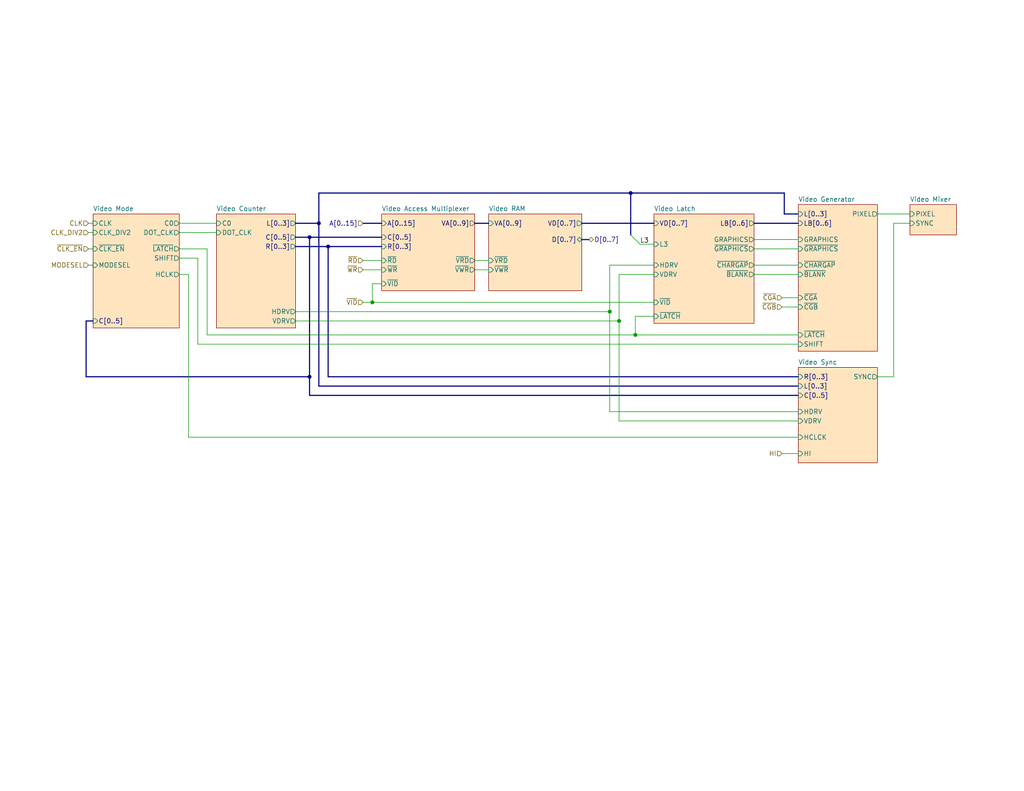
<source format=kicad_sch>
(kicad_sch
	(version 20250114)
	(generator "eeschema")
	(generator_version "9.0")
	(uuid "ddc890d1-60a8-48b4-bae2-22e60020313f")
	(paper "USLetter")
	(title_block
		(title "TRS-80 Model I Rev HE11E011520")
		(date "2025-06-14")
		(rev "E1A")
		(company "RetroStack - Marcel Erz")
		(comment 2 "All video components of system")
		(comment 4 "Video Overview")
	)
	(lib_symbols)
	(junction
		(at 101.6 82.55)
		(diameter 0)
		(color 0 0 0 0)
		(uuid "02ee127f-353c-40b5-9cb2-7948f8c9c9b9")
	)
	(junction
		(at 86.995 60.96)
		(diameter 0)
		(color 0 0 0 0)
		(uuid "11773fcf-4ff9-481c-8d01-5cab5e4a7e3c")
	)
	(junction
		(at 173.355 91.44)
		(diameter 0)
		(color 0 0 0 0)
		(uuid "42d9db87-1ef4-4b0b-859b-1879556424e4")
	)
	(junction
		(at 84.455 64.77)
		(diameter 0)
		(color 0 0 0 0)
		(uuid "5cdf9821-62ac-42a7-86e1-270ef0c74e60")
	)
	(junction
		(at 172.085 52.705)
		(diameter 0)
		(color 0 0 0 0)
		(uuid "5d758851-cbfb-475f-b694-df4c69fc9784")
	)
	(junction
		(at 168.91 87.63)
		(diameter 0)
		(color 0 0 0 0)
		(uuid "9a498025-8b1a-485d-a873-7b3e20d38ddd")
	)
	(junction
		(at 84.455 102.87)
		(diameter 0)
		(color 0 0 0 0)
		(uuid "adb4dfad-d35b-4edd-8919-a182daa2aa41")
	)
	(junction
		(at 89.535 67.31)
		(diameter 0)
		(color 0 0 0 0)
		(uuid "bf760f28-42ab-451a-818d-3bc942ab8d3f")
	)
	(junction
		(at 166.37 85.09)
		(diameter 0)
		(color 0 0 0 0)
		(uuid "f5bbb43c-c6af-4875-a7f9-92e027eb1993")
	)
	(bus_entry
		(at 172.085 64.135)
		(size 2.54 2.54)
		(stroke
			(width 0)
			(type default)
		)
		(uuid "be0b5750-4e70-4eda-a860-089f2fc62997")
	)
	(bus
		(pts
			(xy 80.645 64.77) (xy 84.455 64.77)
		)
		(stroke
			(width 0)
			(type default)
		)
		(uuid "179bc545-dc31-48c4-bdc1-7fe06899b6f9")
	)
	(wire
		(pts
			(xy 56.515 91.44) (xy 173.355 91.44)
		)
		(stroke
			(width 0)
			(type default)
		)
		(uuid "1bbde9b5-8788-4074-ae03-dc312dda4dba")
	)
	(wire
		(pts
			(xy 178.435 86.36) (xy 173.355 86.36)
		)
		(stroke
			(width 0)
			(type default)
		)
		(uuid "1c129807-30f9-4fec-9174-c6afadeb24a6")
	)
	(wire
		(pts
			(xy 168.91 74.93) (xy 168.91 87.63)
		)
		(stroke
			(width 0)
			(type default)
		)
		(uuid "1df8949a-555f-4647-b011-7e813001ffa0")
	)
	(wire
		(pts
			(xy 101.6 77.47) (xy 104.14 77.47)
		)
		(stroke
			(width 0)
			(type default)
		)
		(uuid "24a17d2e-afb3-4e50-82f3-7c4cdca434a0")
	)
	(wire
		(pts
			(xy 205.74 67.945) (xy 217.805 67.945)
		)
		(stroke
			(width 0)
			(type default)
		)
		(uuid "2eeb2239-e048-481e-acf5-efcebfbcb46c")
	)
	(wire
		(pts
			(xy 99.06 82.55) (xy 101.6 82.55)
		)
		(stroke
			(width 0)
			(type default)
		)
		(uuid "346880e9-8301-4c99-a388-3211627fd030")
	)
	(wire
		(pts
			(xy 24.13 67.945) (xy 25.4 67.945)
		)
		(stroke
			(width 0)
			(type default)
		)
		(uuid "37bd0251-f10b-4cfc-8ecf-acfdfe832d79")
	)
	(wire
		(pts
			(xy 178.435 74.93) (xy 168.91 74.93)
		)
		(stroke
			(width 0)
			(type default)
		)
		(uuid "384f4804-f92a-4850-b81e-3a2062124b00")
	)
	(wire
		(pts
			(xy 51.435 74.93) (xy 51.435 119.38)
		)
		(stroke
			(width 0)
			(type default)
		)
		(uuid "3884da89-c8fb-43cb-ae68-e03d6be3f52d")
	)
	(wire
		(pts
			(xy 239.395 102.87) (xy 243.84 102.87)
		)
		(stroke
			(width 0)
			(type default)
		)
		(uuid "39ba0731-b1b2-4ebf-9b9c-ff993dd924d8")
	)
	(bus
		(pts
			(xy 84.455 64.77) (xy 104.14 64.77)
		)
		(stroke
			(width 0)
			(type default)
		)
		(uuid "40c3f976-03bf-4405-8cb2-cc0cce8abebf")
	)
	(bus
		(pts
			(xy 172.085 52.705) (xy 172.085 64.135)
		)
		(stroke
			(width 0)
			(type default)
		)
		(uuid "47a2bdf2-4f2a-4732-9ae5-2f54ce404b18")
	)
	(bus
		(pts
			(xy 86.995 60.96) (xy 86.995 105.41)
		)
		(stroke
			(width 0)
			(type default)
		)
		(uuid "485e7912-f607-4b1a-a1d7-236b9550fca2")
	)
	(wire
		(pts
			(xy 48.895 70.485) (xy 53.975 70.485)
		)
		(stroke
			(width 0)
			(type default)
		)
		(uuid "496f35bc-f205-421e-9be3-e83d2115d0ee")
	)
	(wire
		(pts
			(xy 53.975 70.485) (xy 53.975 93.98)
		)
		(stroke
			(width 0)
			(type default)
		)
		(uuid "4bb88e24-66ad-4d1a-90c8-05dd36917c68")
	)
	(wire
		(pts
			(xy 213.36 81.28) (xy 217.805 81.28)
		)
		(stroke
			(width 0)
			(type default)
		)
		(uuid "5a1204a4-6393-4caf-8ed6-58b389358844")
	)
	(wire
		(pts
			(xy 173.355 86.36) (xy 173.355 91.44)
		)
		(stroke
			(width 0)
			(type default)
		)
		(uuid "5c6feb32-6e98-4654-8e06-2c96e2b513af")
	)
	(wire
		(pts
			(xy 56.515 67.945) (xy 48.895 67.945)
		)
		(stroke
			(width 0)
			(type default)
		)
		(uuid "5ea63705-78e7-4042-bfc2-8909abd4d06f")
	)
	(bus
		(pts
			(xy 84.455 107.95) (xy 84.455 102.87)
		)
		(stroke
			(width 0)
			(type default)
		)
		(uuid "5eb54563-a137-4655-a163-aa6d2ac125d2")
	)
	(wire
		(pts
			(xy 166.37 72.39) (xy 166.37 85.09)
		)
		(stroke
			(width 0)
			(type default)
		)
		(uuid "62ec85a4-14c9-463c-a020-67d1969dfb65")
	)
	(wire
		(pts
			(xy 101.6 77.47) (xy 101.6 82.55)
		)
		(stroke
			(width 0)
			(type default)
		)
		(uuid "6366bb56-605d-41cc-868d-c0042a1c561a")
	)
	(bus
		(pts
			(xy 23.495 102.87) (xy 84.455 102.87)
		)
		(stroke
			(width 0)
			(type default)
		)
		(uuid "638fbe89-8ddb-46ba-a0be-0bb10e8ed019")
	)
	(bus
		(pts
			(xy 89.535 102.87) (xy 89.535 67.31)
		)
		(stroke
			(width 0)
			(type default)
		)
		(uuid "6dbafd2a-e8d3-4305-81d1-965fd2332254")
	)
	(bus
		(pts
			(xy 84.455 107.95) (xy 217.805 107.95)
		)
		(stroke
			(width 0)
			(type default)
		)
		(uuid "6f2f2280-515a-4835-b70f-a8ce2283a792")
	)
	(bus
		(pts
			(xy 80.645 60.96) (xy 86.995 60.96)
		)
		(stroke
			(width 0)
			(type default)
		)
		(uuid "731ac88a-695b-4c9b-82a5-cbbc960378ac")
	)
	(bus
		(pts
			(xy 172.085 52.705) (xy 213.995 52.705)
		)
		(stroke
			(width 0)
			(type default)
		)
		(uuid "78596791-77ef-40c4-98e1-505d17816fd1")
	)
	(wire
		(pts
			(xy 239.395 58.42) (xy 248.285 58.42)
		)
		(stroke
			(width 0)
			(type default)
		)
		(uuid "7e9c1e4a-8966-4412-bccf-6c0bb432072c")
	)
	(wire
		(pts
			(xy 53.975 93.98) (xy 217.805 93.98)
		)
		(stroke
			(width 0)
			(type default)
		)
		(uuid "7eac5694-1982-44cc-ab5b-002597d93637")
	)
	(wire
		(pts
			(xy 178.435 82.55) (xy 101.6 82.55)
		)
		(stroke
			(width 0)
			(type default)
		)
		(uuid "85820b9b-86ce-4f3c-83e6-2f8df70c357a")
	)
	(bus
		(pts
			(xy 86.995 52.705) (xy 86.995 60.96)
		)
		(stroke
			(width 0)
			(type default)
		)
		(uuid "8686c705-57a0-4d05-9070-5c82efc76fad")
	)
	(wire
		(pts
			(xy 48.895 74.93) (xy 51.435 74.93)
		)
		(stroke
			(width 0)
			(type default)
		)
		(uuid "883f49f8-f462-4bcd-993c-eecfcff2c5f6")
	)
	(wire
		(pts
			(xy 24.13 63.5) (xy 25.4 63.5)
		)
		(stroke
			(width 0)
			(type default)
		)
		(uuid "88923132-ef09-4b72-bdf0-e69f80e53e3f")
	)
	(wire
		(pts
			(xy 24.13 72.39) (xy 25.4 72.39)
		)
		(stroke
			(width 0)
			(type default)
		)
		(uuid "88b370e6-f4bb-4274-b767-3575df01c972")
	)
	(bus
		(pts
			(xy 84.455 102.87) (xy 84.455 64.77)
		)
		(stroke
			(width 0)
			(type default)
		)
		(uuid "8ca92933-7273-4562-869e-114809fece9f")
	)
	(wire
		(pts
			(xy 166.37 112.395) (xy 217.805 112.395)
		)
		(stroke
			(width 0)
			(type default)
		)
		(uuid "8d0c7078-ba73-454e-8cf1-54f5871d54ab")
	)
	(bus
		(pts
			(xy 129.54 60.96) (xy 133.35 60.96)
		)
		(stroke
			(width 0)
			(type default)
		)
		(uuid "8d3e3e07-d954-420a-a631-bba3ab87c9da")
	)
	(wire
		(pts
			(xy 129.54 71.12) (xy 133.35 71.12)
		)
		(stroke
			(width 0)
			(type default)
		)
		(uuid "908fe46a-e36c-410a-b362-a9ce36fb8894")
	)
	(wire
		(pts
			(xy 48.895 63.5) (xy 59.055 63.5)
		)
		(stroke
			(width 0)
			(type default)
		)
		(uuid "972dab49-b8cc-4245-96d5-cd1dfb977b09")
	)
	(wire
		(pts
			(xy 205.74 65.405) (xy 217.805 65.405)
		)
		(stroke
			(width 0)
			(type default)
		)
		(uuid "993cf422-ea60-4c90-8c0c-1956675c2535")
	)
	(bus
		(pts
			(xy 217.805 102.87) (xy 89.535 102.87)
		)
		(stroke
			(width 0)
			(type default)
		)
		(uuid "9b3c607a-3166-4110-ac1f-c49bf6e2d66f")
	)
	(wire
		(pts
			(xy 243.84 60.96) (xy 243.84 102.87)
		)
		(stroke
			(width 0)
			(type default)
		)
		(uuid "9c3e916b-d591-482b-a81a-086ba990c8ba")
	)
	(bus
		(pts
			(xy 86.995 52.705) (xy 172.085 52.705)
		)
		(stroke
			(width 0)
			(type default)
		)
		(uuid "a09b776e-c2fb-46d1-ac26-863934a47751")
	)
	(bus
		(pts
			(xy 217.805 58.42) (xy 213.995 58.42)
		)
		(stroke
			(width 0)
			(type default)
		)
		(uuid "a900075b-0e6d-4655-a070-53d5c30955e6")
	)
	(bus
		(pts
			(xy 213.995 58.42) (xy 213.995 52.705)
		)
		(stroke
			(width 0)
			(type default)
		)
		(uuid "aa09796d-dd17-4006-844e-49f6df0c56bb")
	)
	(wire
		(pts
			(xy 174.625 66.675) (xy 178.435 66.675)
		)
		(stroke
			(width 0)
			(type default)
		)
		(uuid "ab6fa726-6a1d-4874-aa30-c3ffdbfda2fd")
	)
	(wire
		(pts
			(xy 205.74 74.93) (xy 217.805 74.93)
		)
		(stroke
			(width 0)
			(type default)
		)
		(uuid "b4e73c04-7ded-47dd-a53d-4b1f9b0f9564")
	)
	(wire
		(pts
			(xy 213.36 123.825) (xy 217.805 123.825)
		)
		(stroke
			(width 0)
			(type default)
		)
		(uuid "b5eedfbb-21e2-4f57-9dfa-d148f8246594")
	)
	(wire
		(pts
			(xy 173.355 91.44) (xy 217.805 91.44)
		)
		(stroke
			(width 0)
			(type default)
		)
		(uuid "b5f398aa-0d60-437c-a92f-cc9474facaa4")
	)
	(wire
		(pts
			(xy 56.515 91.44) (xy 56.515 67.945)
		)
		(stroke
			(width 0)
			(type default)
		)
		(uuid "bea5571b-94bf-4440-a147-1a81e1c60e49")
	)
	(wire
		(pts
			(xy 166.37 85.09) (xy 166.37 112.395)
		)
		(stroke
			(width 0)
			(type default)
		)
		(uuid "c2ff284d-cd40-4b06-b926-b36b34a2ee9c")
	)
	(wire
		(pts
			(xy 24.13 60.96) (xy 25.4 60.96)
		)
		(stroke
			(width 0)
			(type default)
		)
		(uuid "c39f4ec7-8c99-4440-b68a-055b849a5ed9")
	)
	(bus
		(pts
			(xy 23.495 87.63) (xy 23.495 102.87)
		)
		(stroke
			(width 0)
			(type default)
		)
		(uuid "cdc74ea6-ea13-4eb8-a361-da75801017fa")
	)
	(wire
		(pts
			(xy 178.435 72.39) (xy 166.37 72.39)
		)
		(stroke
			(width 0)
			(type default)
		)
		(uuid "ced5365f-b896-4343-bbc3-289235946712")
	)
	(bus
		(pts
			(xy 89.535 67.31) (xy 104.14 67.31)
		)
		(stroke
			(width 0)
			(type default)
		)
		(uuid "d305e42d-9ff3-4934-aabc-e06d47301a12")
	)
	(wire
		(pts
			(xy 48.895 60.96) (xy 59.055 60.96)
		)
		(stroke
			(width 0)
			(type default)
		)
		(uuid "d72e1a7c-3ba1-421d-959d-aed00c8de9dd")
	)
	(wire
		(pts
			(xy 80.645 87.63) (xy 168.91 87.63)
		)
		(stroke
			(width 0)
			(type default)
		)
		(uuid "da97c5a5-1593-4f3b-8f25-be4ddb764def")
	)
	(wire
		(pts
			(xy 51.435 119.38) (xy 217.805 119.38)
		)
		(stroke
			(width 0)
			(type default)
		)
		(uuid "dd249ed0-ca8c-45de-a4e9-8ce9fc53345e")
	)
	(wire
		(pts
			(xy 168.91 114.935) (xy 217.805 114.935)
		)
		(stroke
			(width 0)
			(type default)
		)
		(uuid "df3fb5b0-913c-4653-9778-cac89e260f79")
	)
	(bus
		(pts
			(xy 158.75 60.96) (xy 178.435 60.96)
		)
		(stroke
			(width 0)
			(type default)
		)
		(uuid "e3737579-8130-4a89-a33c-f1d075530d46")
	)
	(bus
		(pts
			(xy 158.75 65.405) (xy 160.655 65.405)
		)
		(stroke
			(width 0)
			(type default)
		)
		(uuid "e4a1e6c6-7d24-41e1-a8e9-1977d360073e")
	)
	(bus
		(pts
			(xy 99.06 60.96) (xy 104.14 60.96)
		)
		(stroke
			(width 0)
			(type default)
		)
		(uuid "e55005f9-5bfd-4004-9a89-55eacb68d846")
	)
	(wire
		(pts
			(xy 80.645 85.09) (xy 166.37 85.09)
		)
		(stroke
			(width 0)
			(type default)
		)
		(uuid "e686683b-35fb-4d25-a9a8-4d976b3c5824")
	)
	(wire
		(pts
			(xy 248.285 60.96) (xy 243.84 60.96)
		)
		(stroke
			(width 0)
			(type default)
		)
		(uuid "e6c10d5c-0203-4506-a22c-f75a28efbd39")
	)
	(bus
		(pts
			(xy 25.4 87.63) (xy 23.495 87.63)
		)
		(stroke
			(width 0)
			(type default)
		)
		(uuid "eaf3641f-a6b3-47a0-945a-961a83b8cb67")
	)
	(wire
		(pts
			(xy 168.91 87.63) (xy 168.91 114.935)
		)
		(stroke
			(width 0)
			(type default)
		)
		(uuid "ee410fc5-61ed-41ea-9cee-53481ed57ca5")
	)
	(wire
		(pts
			(xy 99.06 71.12) (xy 104.14 71.12)
		)
		(stroke
			(width 0)
			(type default)
		)
		(uuid "ef8b2bf1-de60-4e00-9903-110cde403b0f")
	)
	(wire
		(pts
			(xy 99.06 73.66) (xy 104.14 73.66)
		)
		(stroke
			(width 0)
			(type default)
		)
		(uuid "f6ab0d6b-2ac2-4d84-a8b8-2c0bc85dc3f1")
	)
	(bus
		(pts
			(xy 205.74 60.96) (xy 217.805 60.96)
		)
		(stroke
			(width 0)
			(type default)
		)
		(uuid "f8e7d569-673a-462d-ac2b-3f0d79d3666b")
	)
	(wire
		(pts
			(xy 213.36 83.82) (xy 217.805 83.82)
		)
		(stroke
			(width 0)
			(type default)
		)
		(uuid "f96de5d6-b165-48b9-9365-584c822c5955")
	)
	(bus
		(pts
			(xy 217.805 105.41) (xy 86.995 105.41)
		)
		(stroke
			(width 0)
			(type default)
		)
		(uuid "fd8fdc7d-f4cb-4adb-90e1-5c5954a7f8b8")
	)
	(bus
		(pts
			(xy 80.645 67.31) (xy 89.535 67.31)
		)
		(stroke
			(width 0)
			(type default)
		)
		(uuid "fde91921-188b-4053-a382-d220ea2f2f02")
	)
	(wire
		(pts
			(xy 205.74 72.39) (xy 217.805 72.39)
		)
		(stroke
			(width 0)
			(type default)
		)
		(uuid "fe32ee27-d28d-4599-bfb4-2549a8d336e4")
	)
	(wire
		(pts
			(xy 129.54 73.66) (xy 133.35 73.66)
		)
		(stroke
			(width 0)
			(type default)
		)
		(uuid "fe4babc0-8a2b-4573-ac00-6422697919d0")
	)
	(label "L3"
		(at 174.625 66.675 0)
		(effects
			(font
				(size 1.27 1.27)
			)
			(justify left bottom)
		)
		(uuid "7a3f1735-7646-4515-aa2c-0c878cbee8a5")
	)
	(hierarchical_label "~{RD}"
		(shape input)
		(at 99.06 71.12 180)
		(effects
			(font
				(size 1.27 1.27)
			)
			(justify right)
		)
		(uuid "0e2a4b9a-9aba-4698-b643-f274671df494")
	)
	(hierarchical_label "~{CGA}"
		(shape input)
		(at 213.36 81.28 180)
		(effects
			(font
				(size 1.27 1.27)
			)
			(justify right)
		)
		(uuid "144e2764-bbe5-4170-b431-bd258d7d0239")
	)
	(hierarchical_label "~{CGB}"
		(shape input)
		(at 213.36 83.82 180)
		(effects
			(font
				(size 1.27 1.27)
			)
			(justify right)
		)
		(uuid "4f3b1505-a277-45b6-9de9-d5ab55e6d158")
	)
	(hierarchical_label "MODESEL"
		(shape input)
		(at 24.13 72.39 180)
		(effects
			(font
				(size 1.27 1.27)
			)
			(justify right)
		)
		(uuid "51631b97-1667-4e36-920f-bb1e0d4913f1")
	)
	(hierarchical_label "HI"
		(shape input)
		(at 213.36 123.825 180)
		(effects
			(font
				(size 1.27 1.27)
			)
			(justify right)
		)
		(uuid "5ac446aa-4f51-4dce-b10b-17c8f69ba7e6")
	)
	(hierarchical_label "A[0..15]"
		(shape input)
		(at 99.06 60.96 180)
		(effects
			(font
				(size 1.27 1.27)
			)
			(justify right)
		)
		(uuid "5fcdeede-5573-4e60-9aa7-4bd85b947217")
	)
	(hierarchical_label "~{VID}"
		(shape input)
		(at 99.06 82.55 180)
		(effects
			(font
				(size 1.27 1.27)
			)
			(justify right)
		)
		(uuid "923f3b74-e5c0-45b0-8d28-99911d93f332")
	)
	(hierarchical_label "~{WR}"
		(shape input)
		(at 99.06 73.66 180)
		(effects
			(font
				(size 1.27 1.27)
			)
			(justify right)
		)
		(uuid "ba1dcfa8-8839-404a-8fc8-c01f01912ab9")
	)
	(hierarchical_label "~{CLK_EN}"
		(shape input)
		(at 24.13 67.945 180)
		(effects
			(font
				(size 1.27 1.27)
			)
			(justify right)
		)
		(uuid "be6a3d88-6a34-41f4-86b4-1be33c39f25f")
	)
	(hierarchical_label "CLK"
		(shape input)
		(at 24.13 60.96 180)
		(effects
			(font
				(size 1.27 1.27)
			)
			(justify right)
		)
		(uuid "d219e2ab-9776-4e54-92f1-0a2116ef9465")
	)
	(hierarchical_label "CLK_DIV2"
		(shape input)
		(at 24.13 63.5 180)
		(effects
			(font
				(size 1.27 1.27)
			)
			(justify right)
		)
		(uuid "f2fe503e-c511-4757-8258-d07477463078")
	)
	(hierarchical_label "D[0..7]"
		(shape bidirectional)
		(at 160.655 65.405 0)
		(effects
			(font
				(size 1.27 1.27)
			)
			(justify left)
		)
		(uuid "fd6f2a0f-2e24-402e-a357-91491ae10c21")
	)
	(sheet
		(at 217.805 100.33)
		(size 21.59 26.035)
		(exclude_from_sim no)
		(in_bom yes)
		(on_board yes)
		(dnp no)
		(fields_autoplaced yes)
		(stroke
			(width 0.1524)
			(type solid)
		)
		(fill
			(color 255 229 191 1.0000)
		)
		(uuid "35cfc821-88b1-4943-bf2c-387c3e927dcd")
		(property "Sheetname" "Video Sync"
			(at 217.805 99.6184 0)
			(effects
				(font
					(size 1.27 1.27)
				)
				(justify left bottom)
			)
		)
		(property "Sheetfile" "VideoSync.kicad_sch"
			(at 217.805 126.9496 0)
			(effects
				(font
					(size 1.27 1.27)
				)
				(justify left top)
				(hide yes)
			)
		)
		(pin "SYNC" output
			(at 239.395 102.87 0)
			(uuid "0e32aec8-457a-4091-83b5-aa77ec87571f")
			(effects
				(font
					(size 1.27 1.27)
				)
				(justify right)
			)
		)
		(pin "VDRV" input
			(at 217.805 114.935 180)
			(uuid "d17ad0dd-0c00-473b-9927-36cd25a622d1")
			(effects
				(font
					(size 1.27 1.27)
				)
				(justify left)
			)
		)
		(pin "HDRV" input
			(at 217.805 112.395 180)
			(uuid "cec14282-b0e6-4082-b3af-a2fd0e09ba9c")
			(effects
				(font
					(size 1.27 1.27)
				)
				(justify left)
			)
		)
		(pin "C[0..5]" input
			(at 217.805 107.95 180)
			(uuid "49b7106e-1cec-42fb-9348-d9ebaa5dbe75")
			(effects
				(font
					(size 1.27 1.27)
				)
				(justify left)
			)
		)
		(pin "R[0..3]" input
			(at 217.805 102.87 180)
			(uuid "e9bd518f-aed0-45d5-989a-9139a3ccd599")
			(effects
				(font
					(size 1.27 1.27)
				)
				(justify left)
			)
		)
		(pin "L[0..3]" input
			(at 217.805 105.41 180)
			(uuid "278af150-2fcd-4510-b37e-8d7739f1b546")
			(effects
				(font
					(size 1.27 1.27)
				)
				(justify left)
			)
		)
		(pin "HI" input
			(at 217.805 123.825 180)
			(uuid "a41eca73-7bc7-4a9c-90c7-445ac8a72daf")
			(effects
				(font
					(size 1.27 1.27)
				)
				(justify left)
			)
		)
		(pin "HCLCK" input
			(at 217.805 119.38 180)
			(uuid "e63c8ccc-5856-4336-be7f-d68c49117f50")
			(effects
				(font
					(size 1.27 1.27)
				)
				(justify left)
			)
		)
		(instances
			(project "TRS80_Model_I_Jap20_E1"
				(path "/701a2cc1-ff66-476a-8e0a-77db17580c7f/1877028c-ddc2-43ad-b4b6-3d47d856cb44"
					(page "20")
				)
			)
		)
	)
	(sheet
		(at 25.4 58.42)
		(size 23.495 31.115)
		(exclude_from_sim no)
		(in_bom yes)
		(on_board yes)
		(dnp no)
		(fields_autoplaced yes)
		(stroke
			(width 0.1524)
			(type solid)
		)
		(fill
			(color 255 229 191 1.0000)
		)
		(uuid "6c4d3fce-dc7a-4d96-8c92-df6e2d316623")
		(property "Sheetname" "Video Mode"
			(at 25.4 57.7084 0)
			(effects
				(font
					(size 1.27 1.27)
				)
				(justify left bottom)
			)
		)
		(property "Sheetfile" "VideoMode.kicad_sch"
			(at 25.4 90.1196 0)
			(effects
				(font
					(size 1.27 1.27)
				)
				(justify left top)
				(hide yes)
			)
		)
		(pin "C0" output
			(at 48.895 60.96 0)
			(uuid "979157e4-ecec-4fcb-ad0f-d61961fbff72")
			(effects
				(font
					(size 1.27 1.27)
				)
				(justify right)
			)
		)
		(pin "CLK" input
			(at 25.4 60.96 180)
			(uuid "46347a7f-83eb-421e-bc43-572ae0c148d8")
			(effects
				(font
					(size 1.27 1.27)
				)
				(justify left)
			)
		)
		(pin "CLK_DIV2" input
			(at 25.4 63.5 180)
			(uuid "a0395d42-864e-4b63-9800-993f77c74dfb")
			(effects
				(font
					(size 1.27 1.27)
				)
				(justify left)
			)
		)
		(pin "DOT_CLK" output
			(at 48.895 63.5 0)
			(uuid "1d661f8d-bde2-4d3f-a79a-d6519b04fd1f")
			(effects
				(font
					(size 1.27 1.27)
				)
				(justify right)
			)
		)
		(pin "HCLK" output
			(at 48.895 74.93 0)
			(uuid "27c78bff-3bcb-4035-bfb2-9e076a9183a7")
			(effects
				(font
					(size 1.27 1.27)
				)
				(justify right)
			)
		)
		(pin "MODESEL" input
			(at 25.4 72.39 180)
			(uuid "fe9eceb7-9cd1-458b-a40c-b33f9e1c9353")
			(effects
				(font
					(size 1.27 1.27)
				)
				(justify left)
			)
		)
		(pin "SHIFT" output
			(at 48.895 70.485 0)
			(uuid "c1397d2e-533f-4584-b349-9e4a73c1f422")
			(effects
				(font
					(size 1.27 1.27)
				)
				(justify right)
			)
		)
		(pin "~{CLK_EN}" input
			(at 25.4 67.945 180)
			(uuid "f0aa267b-2624-4ff5-8679-b0dcfefb489b")
			(effects
				(font
					(size 1.27 1.27)
				)
				(justify left)
			)
		)
		(pin "~{LATCH}" output
			(at 48.895 67.945 0)
			(uuid "09ee07fc-646e-4b4e-bed5-09701be865c3")
			(effects
				(font
					(size 1.27 1.27)
				)
				(justify right)
			)
		)
		(pin "C[0..5]" input
			(at 25.4 87.63 180)
			(uuid "d32801a5-923a-426d-ba10-dfd328012600")
			(effects
				(font
					(size 1.27 1.27)
				)
				(justify left)
			)
		)
		(instances
			(project "TRS80_Model_I_Jap20_E1"
				(path "/701a2cc1-ff66-476a-8e0a-77db17580c7f/1877028c-ddc2-43ad-b4b6-3d47d856cb44"
					(page "14")
				)
			)
		)
	)
	(sheet
		(at 178.435 58.42)
		(size 27.305 29.845)
		(exclude_from_sim no)
		(in_bom yes)
		(on_board yes)
		(dnp no)
		(fields_autoplaced yes)
		(stroke
			(width 0.1524)
			(type solid)
		)
		(fill
			(color 255 229 191 1.0000)
		)
		(uuid "70596fa4-2c1f-4d6c-91a4-059bac433406")
		(property "Sheetname" "Video Latch"
			(at 178.435 57.7084 0)
			(effects
				(font
					(size 1.27 1.27)
				)
				(justify left bottom)
			)
		)
		(property "Sheetfile" "Video Latch.kicad_sch"
			(at 178.435 88.8496 0)
			(effects
				(font
					(size 1.27 1.27)
				)
				(justify left top)
				(hide yes)
			)
		)
		(pin "~{VID}" input
			(at 178.435 82.55 180)
			(uuid "3a1ae598-eaf0-4b9b-8843-76248e1352b5")
			(effects
				(font
					(size 1.27 1.27)
				)
				(justify left)
			)
		)
		(pin "HDRV" input
			(at 178.435 72.39 180)
			(uuid "987857ba-04b6-41a5-848c-dbb8851e1e23")
			(effects
				(font
					(size 1.27 1.27)
				)
				(justify left)
			)
		)
		(pin "VDRV" input
			(at 178.435 74.93 180)
			(uuid "42c3f092-c440-44e2-9791-81a6927ac3c6")
			(effects
				(font
					(size 1.27 1.27)
				)
				(justify left)
			)
		)
		(pin "VD[0..7]" input
			(at 178.435 60.96 180)
			(uuid "4a461242-4a8e-42f0-abb3-3d9bc2e988df")
			(effects
				(font
					(size 1.27 1.27)
				)
				(justify left)
			)
		)
		(pin "~{LATCH}" input
			(at 178.435 86.36 180)
			(uuid "50c4f4a5-878b-471e-aab2-23f6785b569c")
			(effects
				(font
					(size 1.27 1.27)
				)
				(justify left)
			)
		)
		(pin "GRAPHICS" output
			(at 205.74 65.405 0)
			(uuid "f723d10c-acaf-402c-afef-d7c98e841e7d")
			(effects
				(font
					(size 1.27 1.27)
				)
				(justify right)
			)
		)
		(pin "LB[0..6]" output
			(at 205.74 60.96 0)
			(uuid "e450f52f-3d89-491b-af62-6bc4562396e9")
			(effects
				(font
					(size 1.27 1.27)
				)
				(justify right)
			)
		)
		(pin "~{BLANK}" output
			(at 205.74 74.93 0)
			(uuid "40be3162-7a69-4208-a0c2-f6a928e1a3fb")
			(effects
				(font
					(size 1.27 1.27)
				)
				(justify right)
			)
		)
		(pin "~{CHARGAP}" output
			(at 205.74 72.39 0)
			(uuid "c6096e8c-a8d8-4897-a602-90f332335a66")
			(effects
				(font
					(size 1.27 1.27)
				)
				(justify right)
			)
		)
		(pin "~{GRAPHICS}" output
			(at 205.74 67.945 0)
			(uuid "a90d4559-fe69-4fb6-a0fb-d72161258e0d")
			(effects
				(font
					(size 1.27 1.27)
				)
				(justify right)
			)
		)
		(pin "L3" input
			(at 178.435 66.675 180)
			(uuid "c2f9c9ba-98d1-4053-9212-84ec695cd147")
			(effects
				(font
					(size 1.27 1.27)
				)
				(justify left)
			)
		)
		(instances
			(project "TRS80_Model_I_Jap20_E1"
				(path "/701a2cc1-ff66-476a-8e0a-77db17580c7f/1877028c-ddc2-43ad-b4b6-3d47d856cb44"
					(page "18")
				)
			)
		)
	)
	(sheet
		(at 59.055 58.42)
		(size 21.59 31.115)
		(exclude_from_sim no)
		(in_bom yes)
		(on_board yes)
		(dnp no)
		(fields_autoplaced yes)
		(stroke
			(width 0.1524)
			(type solid)
		)
		(fill
			(color 255 229 191 1.0000)
		)
		(uuid "c40ca7b4-f41e-4871-914c-d85ec155735a")
		(property "Sheetname" "Video Counter"
			(at 59.055 57.7084 0)
			(effects
				(font
					(size 1.27 1.27)
				)
				(justify left bottom)
			)
		)
		(property "Sheetfile" "VideoCounter.kicad_sch"
			(at 59.055 90.1196 0)
			(effects
				(font
					(size 1.27 1.27)
				)
				(justify left top)
				(hide yes)
			)
		)
		(pin "VDRV" output
			(at 80.645 87.63 0)
			(uuid "c76c177f-a156-437f-9226-c9f1d30f5759")
			(effects
				(font
					(size 1.27 1.27)
				)
				(justify right)
			)
		)
		(pin "HDRV" output
			(at 80.645 85.09 0)
			(uuid "297ac70e-a7b8-4053-b7b1-1ccaee94ec0a")
			(effects
				(font
					(size 1.27 1.27)
				)
				(justify right)
			)
		)
		(pin "L[0..3]" output
			(at 80.645 60.96 0)
			(uuid "f620f106-fe8f-4b9b-a5ac-79d64452a9a5")
			(effects
				(font
					(size 1.27 1.27)
				)
				(justify right)
			)
		)
		(pin "C[0..5]" output
			(at 80.645 64.77 0)
			(uuid "e120c35b-6fff-48d4-907b-d28c0181305d")
			(effects
				(font
					(size 1.27 1.27)
				)
				(justify right)
			)
		)
		(pin "R[0..3]" output
			(at 80.645 67.31 0)
			(uuid "659a6a17-7328-4b84-b6ff-2b35d7056261")
			(effects
				(font
					(size 1.27 1.27)
				)
				(justify right)
			)
		)
		(pin "C0" input
			(at 59.055 60.96 180)
			(uuid "24064341-ba4a-4324-a807-77d7b184e26a")
			(effects
				(font
					(size 1.27 1.27)
				)
				(justify left)
			)
		)
		(pin "DOT_CLK" input
			(at 59.055 63.5 180)
			(uuid "d25dc197-fa2d-4581-bf6f-79a3834ad744")
			(effects
				(font
					(size 1.27 1.27)
				)
				(justify left)
			)
		)
		(instances
			(project "TRS80_Model_I_Jap20_E1"
				(path "/701a2cc1-ff66-476a-8e0a-77db17580c7f/1877028c-ddc2-43ad-b4b6-3d47d856cb44"
					(page "15")
				)
			)
		)
	)
	(sheet
		(at 133.35 58.42)
		(size 25.4 20.955)
		(exclude_from_sim no)
		(in_bom yes)
		(on_board yes)
		(dnp no)
		(fields_autoplaced yes)
		(stroke
			(width 0.1524)
			(type solid)
		)
		(fill
			(color 255 229 191 1.0000)
		)
		(uuid "e8e2768d-1c31-44b7-9c97-1f6afdbdd687")
		(property "Sheetname" "Video RAM"
			(at 133.35 57.7084 0)
			(effects
				(font
					(size 1.27 1.27)
				)
				(justify left bottom)
			)
		)
		(property "Sheetfile" "VideoRAM.kicad_sch"
			(at 133.35 79.9596 0)
			(effects
				(font
					(size 1.27 1.27)
				)
				(justify left top)
				(hide yes)
			)
		)
		(pin "D[0..7]" bidirectional
			(at 158.75 65.405 0)
			(uuid "fc279772-c0d2-4254-93c3-95c30581463b")
			(effects
				(font
					(size 1.27 1.27)
				)
				(justify right)
			)
		)
		(pin "~{VRD}" input
			(at 133.35 71.12 180)
			(uuid "8d3bde78-8c58-4079-ad1f-1308b0849047")
			(effects
				(font
					(size 1.27 1.27)
				)
				(justify left)
			)
		)
		(pin "~{VWR}" input
			(at 133.35 73.66 180)
			(uuid "b4e62d51-9720-4544-8afb-abf345c8834d")
			(effects
				(font
					(size 1.27 1.27)
				)
				(justify left)
			)
		)
		(pin "VA[0..9]" input
			(at 133.35 60.96 180)
			(uuid "ac216da8-b6db-4e93-ba74-636a10d413fb")
			(effects
				(font
					(size 1.27 1.27)
				)
				(justify left)
			)
		)
		(pin "VD[0..7]" output
			(at 158.75 60.96 0)
			(uuid "a2f6f537-d2ee-470a-80a6-d90dd757bdfd")
			(effects
				(font
					(size 1.27 1.27)
				)
				(justify right)
			)
		)
		(instances
			(project "TRS80_Model_I_Jap20_E1"
				(path "/701a2cc1-ff66-476a-8e0a-77db17580c7f/1877028c-ddc2-43ad-b4b6-3d47d856cb44"
					(page "17")
				)
			)
		)
	)
	(sheet
		(at 248.285 55.88)
		(size 12.7 8.255)
		(exclude_from_sim no)
		(in_bom yes)
		(on_board yes)
		(dnp no)
		(fields_autoplaced yes)
		(stroke
			(width 0.1524)
			(type solid)
		)
		(fill
			(color 255 229 191 1.0000)
		)
		(uuid "f23b5b44-0891-4bfb-8cc7-603f3d6a25b8")
		(property "Sheetname" "Video Mixer"
			(at 248.285 55.1684 0)
			(effects
				(font
					(size 1.27 1.27)
				)
				(justify left bottom)
			)
		)
		(property "Sheetfile" "VideoMixer.kicad_sch"
			(at 248.285 64.7196 0)
			(effects
				(font
					(size 1.27 1.27)
				)
				(justify left top)
				(hide yes)
			)
		)
		(pin "PIXEL" input
			(at 248.285 58.42 180)
			(uuid "b334db26-f61f-403c-b116-eb2221a69f0b")
			(effects
				(font
					(size 1.27 1.27)
				)
				(justify left)
			)
		)
		(pin "SYNC" input
			(at 248.285 60.96 180)
			(uuid "cc2777d3-187f-4b9a-b201-06cd155f088a")
			(effects
				(font
					(size 1.27 1.27)
				)
				(justify left)
			)
		)
		(instances
			(project "TRS80_Model_I_Jap20_E1"
				(path "/701a2cc1-ff66-476a-8e0a-77db17580c7f/1877028c-ddc2-43ad-b4b6-3d47d856cb44"
					(page "21")
				)
			)
		)
	)
	(sheet
		(at 104.14 58.42)
		(size 25.4 20.955)
		(exclude_from_sim no)
		(in_bom yes)
		(on_board yes)
		(dnp no)
		(fields_autoplaced yes)
		(stroke
			(width 0.1524)
			(type solid)
		)
		(fill
			(color 255 229 191 1.0000)
		)
		(uuid "f5f20aca-1e8e-4d7f-8de4-2a3390717d18")
		(property "Sheetname" "Video Access Multiplexer"
			(at 104.14 57.7084 0)
			(effects
				(font
					(size 1.27 1.27)
				)
				(justify left bottom)
			)
		)
		(property "Sheetfile" "VideoAccessMultiplexer.kicad_sch"
			(at 104.14 79.9596 0)
			(effects
				(font
					(size 1.27 1.27)
				)
				(justify left top)
				(hide yes)
			)
		)
		(pin "A[0..15]" input
			(at 104.14 60.96 180)
			(uuid "b593080f-9f69-4fe6-abc8-574c37192363")
			(effects
				(font
					(size 1.27 1.27)
				)
				(justify left)
			)
		)
		(pin "~{WR}" input
			(at 104.14 73.66 180)
			(uuid "15509200-a767-4aec-adb8-a4e38385f2b2")
			(effects
				(font
					(size 1.27 1.27)
				)
				(justify left)
			)
		)
		(pin "~{VRD}" output
			(at 129.54 71.12 0)
			(uuid "66daa56f-71dd-4a6b-9d0e-9117791a2ec0")
			(effects
				(font
					(size 1.27 1.27)
				)
				(justify right)
			)
		)
		(pin "~{VWR}" output
			(at 129.54 73.66 0)
			(uuid "ed78197b-d9f1-426d-887b-4b1d6fee1971")
			(effects
				(font
					(size 1.27 1.27)
				)
				(justify right)
			)
		)
		(pin "C[0..5]" input
			(at 104.14 64.77 180)
			(uuid "55d893de-1183-4dd1-8037-5de651c5f00e")
			(effects
				(font
					(size 1.27 1.27)
				)
				(justify left)
			)
		)
		(pin "R[0..3]" input
			(at 104.14 67.31 180)
			(uuid "cba70a6e-8fab-4ff1-b029-b5ccfed94e1c")
			(effects
				(font
					(size 1.27 1.27)
				)
				(justify left)
			)
		)
		(pin "~{RD}" input
			(at 104.14 71.12 180)
			(uuid "730251a8-f07a-47e8-b3d8-8b32817ce900")
			(effects
				(font
					(size 1.27 1.27)
				)
				(justify left)
			)
		)
		(pin "~{VID}" input
			(at 104.14 77.47 180)
			(uuid "433d5b80-589b-45a2-97a0-2a132f03e998")
			(effects
				(font
					(size 1.27 1.27)
				)
				(justify left)
			)
		)
		(pin "VA[0..9]" output
			(at 129.54 60.96 0)
			(uuid "fded95d8-b47e-46f0-a588-60c5944368f2")
			(effects
				(font
					(size 1.27 1.27)
				)
				(justify right)
			)
		)
		(instances
			(project "TRS80_Model_I_Jap20_E1"
				(path "/701a2cc1-ff66-476a-8e0a-77db17580c7f/1877028c-ddc2-43ad-b4b6-3d47d856cb44"
					(page "16")
				)
			)
		)
	)
	(sheet
		(at 217.805 55.88)
		(size 21.59 40.005)
		(exclude_from_sim no)
		(in_bom yes)
		(on_board yes)
		(dnp no)
		(fields_autoplaced yes)
		(stroke
			(width 0.1524)
			(type solid)
		)
		(fill
			(color 255 229 191 1.0000)
		)
		(uuid "fca549a5-e8f1-40f8-977f-c053ce4b0568")
		(property "Sheetname" "Video Generator"
			(at 217.805 55.1684 0)
			(effects
				(font
					(size 1.27 1.27)
				)
				(justify left bottom)
			)
		)
		(property "Sheetfile" "VideoGen.kicad_sch"
			(at 217.805 96.4696 0)
			(effects
				(font
					(size 1.27 1.27)
				)
				(justify left top)
				(hide yes)
			)
		)
		(pin "PIXEL" output
			(at 239.395 58.42 0)
			(uuid "330d2b12-45b0-4afa-8f1e-9199c6f8a957")
			(effects
				(font
					(size 1.27 1.27)
				)
				(justify right)
			)
		)
		(pin "~{GRAPHICS}" input
			(at 217.805 67.945 180)
			(uuid "6695ffcb-f3b2-4715-9709-c83951bce30a")
			(effects
				(font
					(size 1.27 1.27)
				)
				(justify left)
			)
		)
		(pin "~{CHARGAP}" input
			(at 217.805 72.39 180)
			(uuid "42d746af-2e6e-4d9b-8dd5-e42342101ed7")
			(effects
				(font
					(size 1.27 1.27)
				)
				(justify left)
			)
		)
		(pin "GRAPHICS" input
			(at 217.805 65.405 180)
			(uuid "56786656-43ed-4a05-9943-fab0b13badbf")
			(effects
				(font
					(size 1.27 1.27)
				)
				(justify left)
			)
		)
		(pin "~{BLANK}" input
			(at 217.805 74.93 180)
			(uuid "19dca332-7c60-4c64-9207-e9edfa15abe4")
			(effects
				(font
					(size 1.27 1.27)
				)
				(justify left)
			)
		)
		(pin "~{LATCH}" input
			(at 217.805 91.44 180)
			(uuid "1d53a6a0-0985-4b41-bc87-788bd76677c4")
			(effects
				(font
					(size 1.27 1.27)
				)
				(justify left)
			)
		)
		(pin "SHIFT" input
			(at 217.805 93.98 180)
			(uuid "3ff8a3b4-f408-41e5-b6bf-bef74cddbc39")
			(effects
				(font
					(size 1.27 1.27)
				)
				(justify left)
			)
		)
		(pin "L[0..3]" input
			(at 217.805 58.42 180)
			(uuid "ace5761c-31f8-4460-9986-913286962f95")
			(effects
				(font
					(size 1.27 1.27)
				)
				(justify left)
			)
		)
		(pin "LB[0..6]" input
			(at 217.805 60.96 180)
			(uuid "eaabc763-2783-4639-8d75-288fb0dcb9ae")
			(effects
				(font
					(size 1.27 1.27)
				)
				(justify left)
			)
		)
		(pin "~{CGA}" input
			(at 217.805 81.28 180)
			(uuid "acf686e4-b45b-4f4d-8bfd-3b2bf0f62358")
			(effects
				(font
					(size 1.27 1.27)
				)
				(justify left)
			)
		)
		(pin "~{CGB}" input
			(at 217.805 83.82 180)
			(uuid "1bfb90d5-04aa-4a77-9dc1-2c93595db9c1")
			(effects
				(font
					(size 1.27 1.27)
				)
				(justify left)
			)
		)
		(instances
			(project "TRS80_Model_I_Jap20_E1"
				(path "/701a2cc1-ff66-476a-8e0a-77db17580c7f/1877028c-ddc2-43ad-b4b6-3d47d856cb44"
					(page "19")
				)
			)
		)
	)
)

</source>
